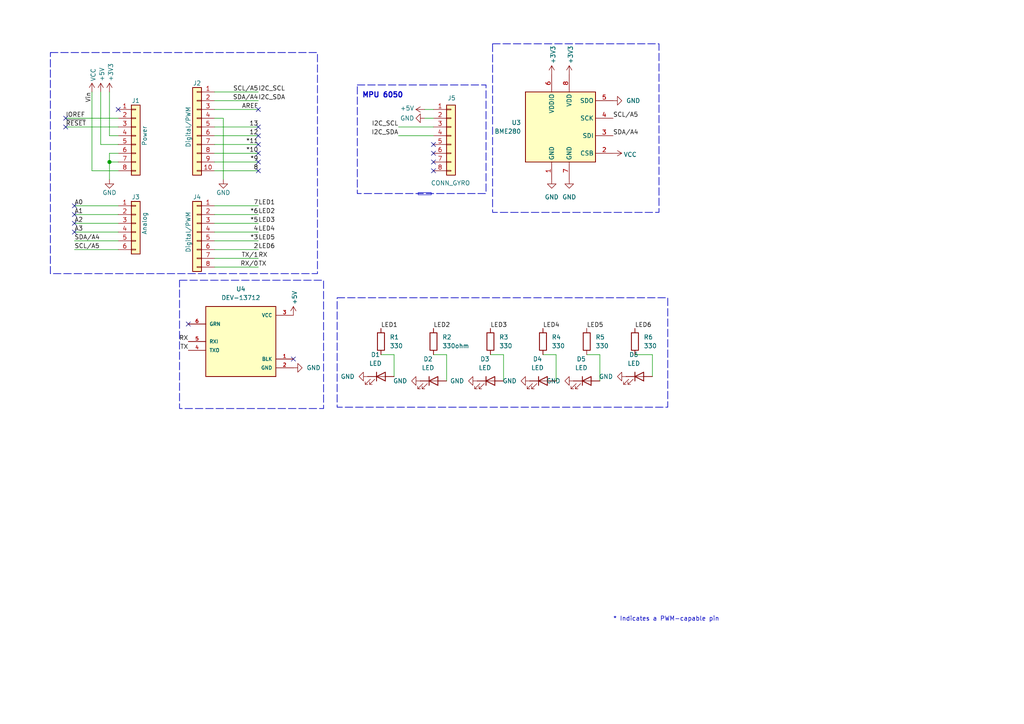
<source format=kicad_sch>
(kicad_sch (version 20231120) (generator "eeschema") (generator_version "8.0")
  (paper "A4")
  (title_block (date "mar. 31 mars 2015"))
  (lib_symbols
    (symbol "Connector_Generic:Conn_01x06" (pin_names (offset 1.016) hide)
      (property "Reference" "J" (at 0 7.62 0))
      (property "Value" "Conn_01x06" (at 0 -10.16 0))
      (symbol "Conn_01x06_1_1"
        (rectangle (start -1.27 -7.493) (end 0 -7.747) (stroke (width 0.1524)))
        (rectangle (start -1.27 -4.953) (end 0 -5.207) (stroke (width 0.1524)))
        (rectangle (start -1.27 -2.413) (end 0 -2.667) (stroke (width 0.1524)))
        (rectangle (start -1.27 0.127) (end 0 -0.127) (stroke (width 0.1524)))
        (rectangle (start -1.27 2.667) (end 0 2.413) (stroke (width 0.1524)))
        (rectangle (start -1.27 5.207) (end 0 4.953) (stroke (width 0.1524)))
        (rectangle (start -1.27 6.35) (end 1.27 -8.89) (stroke (width 0.254)) (fill (type background)))
        (pin passive line (at -5.08 5.08 0) (length 3.81) (name "Pin_1") (number "1"))
        (pin passive line (at -5.08 2.54 0) (length 3.81) (name "Pin_2") (number "2"))
        (pin passive line (at -5.08 0 0) (length 3.81) (name "Pin_3") (number "3"))
        (pin passive line (at -5.08 -2.54 0) (length 3.81) (name "Pin_4") (number "4"))
        (pin passive line (at -5.08 -5.08 0) (length 3.81) (name "Pin_5") (number "5"))
        (pin passive line (at -5.08 -7.62 0) (length 3.81) (name "Pin_6") (number "6"))
      )
    )
    (symbol "Connector_Generic:Conn_01x08" (pin_names (offset 1.016) hide)
      (property "Reference" "J" (at 0 10.16 0))
      (property "Value" "Conn_01x08" (at 0 -12.7 0))
      (symbol "Conn_01x08_1_1"
        (rectangle (start -1.27 -10.033) (end 0 -10.287) (stroke (width 0.1524)))
        (rectangle (start -1.27 -7.493) (end 0 -7.747) (stroke (width 0.1524)))
        (rectangle (start -1.27 -4.953) (end 0 -5.207) (stroke (width 0.1524)))
        (rectangle (start -1.27 -2.413) (end 0 -2.667) (stroke (width 0.1524)))
        (rectangle (start -1.27 0.127) (end 0 -0.127) (stroke (width 0.1524)))
        (rectangle (start -1.27 2.667) (end 0 2.413) (stroke (width 0.1524)))
        (rectangle (start -1.27 5.207) (end 0 4.953) (stroke (width 0.1524)))
        (rectangle (start -1.27 7.747) (end 0 7.493) (stroke (width 0.1524)))
        (rectangle (start -1.27 8.89) (end 1.27 -11.43) (stroke (width 0.254)) (fill (type background)))
        (pin passive line (at -5.08 7.62 0) (length 3.81) (name "Pin_1") (number "1"))
        (pin passive line (at -5.08 5.08 0) (length 3.81) (name "Pin_2") (number "2"))
        (pin passive line (at -5.08 2.54 0) (length 3.81) (name "Pin_3") (number "3"))
        (pin passive line (at -5.08 0 0) (length 3.81) (name "Pin_4") (number "4"))
        (pin passive line (at -5.08 -2.54 0) (length 3.81) (name "Pin_5") (number "5"))
        (pin passive line (at -5.08 -5.08 0) (length 3.81) (name "Pin_6") (number "6"))
        (pin passive line (at -5.08 -7.62 0) (length 3.81) (name "Pin_7") (number "7"))
        (pin passive line (at -5.08 -10.16 0) (length 3.81) (name "Pin_8") (number "8"))
      )
    )
    (symbol "Connector_Generic:Conn_01x10" (pin_names (offset 1.016) hide)
      (property "Reference" "J" (at 0 12.7 0))
      (property "Value" "Conn_01x10" (at 0 -15.24 0))
      (symbol "Conn_01x10_1_1"
        (rectangle (start -1.27 -12.573) (end 0 -12.827) (stroke (width 0.1524)))
        (rectangle (start -1.27 -10.033) (end 0 -10.287) (stroke (width 0.1524)))
        (rectangle (start -1.27 -7.493) (end 0 -7.747) (stroke (width 0.1524)))
        (rectangle (start -1.27 -4.953) (end 0 -5.207) (stroke (width 0.1524)))
        (rectangle (start -1.27 -2.413) (end 0 -2.667) (stroke (width 0.1524)))
        (rectangle (start -1.27 0.127) (end 0 -0.127) (stroke (width 0.1524)))
        (rectangle (start -1.27 2.667) (end 0 2.413) (stroke (width 0.1524)))
        (rectangle (start -1.27 5.207) (end 0 4.953) (stroke (width 0.1524)))
        (rectangle (start -1.27 7.747) (end 0 7.493) (stroke (width 0.1524)))
        (rectangle (start -1.27 10.287) (end 0 10.033) (stroke (width 0.1524)))
        (rectangle (start -1.27 11.43) (end 1.27 -13.97) (stroke (width 0.254)) (fill (type background)))
        (pin passive line (at -5.08 10.16 0) (length 3.81) (name "Pin_1") (number "1"))
        (pin passive line (at -5.08 -12.7 0) (length 3.81) (name "Pin_10") (number "10"))
        (pin passive line (at -5.08 7.62 0) (length 3.81) (name "Pin_2") (number "2"))
        (pin passive line (at -5.08 5.08 0) (length 3.81) (name "Pin_3") (number "3"))
        (pin passive line (at -5.08 2.54 0) (length 3.81) (name "Pin_4") (number "4"))
        (pin passive line (at -5.08 0 0) (length 3.81) (name "Pin_5") (number "5"))
        (pin passive line (at -5.08 -2.54 0) (length 3.81) (name "Pin_6") (number "6"))
        (pin passive line (at -5.08 -5.08 0) (length 3.81) (name "Pin_7") (number "7"))
        (pin passive line (at -5.08 -7.62 0) (length 3.81) (name "Pin_8") (number "8"))
        (pin passive line (at -5.08 -10.16 0) (length 3.81) (name "Pin_9") (number "9"))
      )
    )
    (symbol "DEV-13712:DEV-13712" (pin_names (offset 1.016))
      (property "Reference" "U" (at -10.16 10.922 0))
      (property "Value" "DEV-13712" (at -10.16 -12.7 0))
      (symbol "DEV-13712_0_0"
        (rectangle (start -10.16 -10.16) (end 10.16 10.16) (stroke (width 0.254)) (fill (type background)))
        (pin power_in line (at 15.24 -5.08 180) (length 5.08) (name "BLK") (number "1"))
        (pin power_in line (at 15.24 -7.62 180) (length 5.08) (name "GND") (number "2"))
        (pin power_in line (at 15.24 7.62 180) (length 5.08) (name "VCC") (number "3"))
        (pin output line (at -15.24 -2.54 0) (length 5.08) (name "TXO") (number "4"))
        (pin input line (at -15.24 0 0) (length 5.08) (name "RXI") (number "5"))
        (pin input line (at -15.24 5.08 0) (length 5.08) (name "GRN") (number "6"))
      )
    )
    (symbol "Device:LED" (pin_numbers hide) (pin_names (offset 1.016) hide)
      (property "Reference" "D" (at 0 2.54 0))
      (property "Value" "LED" (at 0 -2.54 0))
      (symbol "LED_0_1"
        (polyline (pts (xy -1.27 -1.27) (xy -1.27 1.27)) (stroke (width 0.254)))
        (polyline (pts (xy -1.27 0) (xy 1.27 0)))
        (polyline (pts (xy 1.27 -1.27) (xy 1.27 1.27) (xy -1.27 0) (xy 1.27 -1.27)) (stroke (width 0.254)))
        (polyline (pts (xy -3.048 -0.762) (xy -4.572 -2.286) (xy -3.81 -2.286) (xy -4.572 -2.286) (xy -4.572 -1.524)))
        (polyline (pts (xy -1.778 -0.762) (xy -3.302 -2.286) (xy -2.54 -2.286) (xy -3.302 -2.286) (xy -3.302 -1.524)))
      )
      (symbol "LED_1_1"
        (pin passive line (at -3.81 0 0) (length 2.54) (name "K") (number "1"))
        (pin passive line (at 3.81 0 180) (length 2.54) (name "A") (number "2"))
      )
    )
    (symbol "Device:R" (pin_numbers hide) (pin_names (offset 0))
      (property "Reference" "R" (at 2.032 0 90))
      (property "Value" "R" (at 0 0 90))
      (symbol "R_0_1"
        (rectangle (start -1.016 -2.54) (end 1.016 2.54) (stroke (width 0.254)))
      )
      (symbol "R_1_1"
        (pin passive line (at 0 3.81 270) (length 1.27) (name "~") (number "1"))
        (pin passive line (at 0 -3.81 90) (length 1.27) (name "~") (number "2"))
      )
    )
    (symbol "GND_1" (power) (pin_numbers hide) (pin_names (offset 0) hide)
      (property "Value" "GND" (at 0 -3.81 0))
      (symbol "GND_1_0_1"
        (polyline (pts (xy 0 0) (xy 0 -1.27) (xy 1.27 -1.27) (xy 0 -2.54) (xy -1.27 -1.27) (xy 0 -1.27)))
      )
      (symbol "GND_1_1_1"
        (pin power_in line (at 0 0 270) (length 0) (name "~") (number "1"))
      )
    )
    (symbol "GND_2" (power) (pin_numbers hide) (pin_names (offset 0) hide)
      (property "Value" "GND" (at 0 -3.81 0))
      (symbol "GND_2_0_1"
        (polyline (pts (xy 0 0) (xy 0 -1.27) (xy 1.27 -1.27) (xy 0 -2.54) (xy -1.27 -1.27) (xy 0 -1.27)))
      )
      (symbol "GND_2_1_1"
        (pin power_in line (at 0 0 270) (length 0) (name "~") (number "1"))
      )
    )
    (symbol "GND_3" (power) (pin_numbers hide) (pin_names (offset 0) hide)
      (property "Value" "GND" (at 0 -3.81 0))
      (symbol "GND_3_0_1"
        (polyline (pts (xy 0 0) (xy 0 -1.27) (xy 1.27 -1.27) (xy 0 -2.54) (xy -1.27 -1.27) (xy 0 -1.27)))
      )
      (symbol "GND_3_1_1"
        (pin power_in line (at 0 0 270) (length 0) (name "~") (number "1"))
      )
    )
    (symbol "GND_4" (power) (pin_numbers hide) (pin_names (offset 0) hide)
      (property "Value" "GND" (at 0 -3.81 0))
      (symbol "GND_4_0_1"
        (polyline (pts (xy 0 0) (xy 0 -1.27) (xy 1.27 -1.27) (xy 0 -2.54) (xy -1.27 -1.27) (xy 0 -1.27)))
      )
      (symbol "GND_4_1_1"
        (pin power_in line (at 0 0 270) (length 0) (name "~") (number "1"))
      )
    )
    (symbol "Sensor:BME280"
      (property "Reference" "U" (at -8.89 11.43 0))
      (property "Value" "BME280" (at 7.62 11.43 0))
      (symbol "BME280_0_1"
        (rectangle (start -10.16 10.16) (end 10.16 -10.16) (stroke (width 0.254)) (fill (type background)))
      )
      (symbol "BME280_1_1"
        (pin power_in line (at -2.54 -15.24 90) (length 5.08) (name "GND") (number "1"))
        (pin input line (at 15.24 -7.62 180) (length 5.08) (name "CSB") (number "2"))
        (pin bidirectional line (at 15.24 -2.54 180) (length 5.08) (name "SDI") (number "3"))
        (pin input line (at 15.24 2.54 180) (length 5.08) (name "SCK") (number "4"))
        (pin bidirectional line (at 15.24 7.62 180) (length 5.08) (name "SDO") (number "5"))
        (pin power_in line (at -2.54 15.24 270) (length 5.08) (name "VDDIO") (number "6"))
        (pin power_in line (at 2.54 -15.24 90) (length 5.08) (name "GND") (number "7"))
        (pin power_in line (at 2.54 15.24 270) (length 5.08) (name "VDD") (number "8"))
      )
    )
    (symbol "power:+3V3" (power) (pin_names (offset 0))
      (property "Value" "+3V3" (at 0 3.556 0))
      (symbol "+3V3_0_1"
        (polyline (pts (xy -0.762 1.27) (xy 0 2.54)))
        (polyline (pts (xy 0 0) (xy 0 2.54)))
        (polyline (pts (xy 0 2.54) (xy 0.762 1.27)))
      )
      (symbol "+3V3_1_1"
        (pin power_in line (at 0 0 90) (length 0) hide (name "+3V3") (number "1"))
      )
    )
    (symbol "power:+5V" (power) (pin_names (offset 0))
      (property "Value" "+5V" (at 0 3.556 0))
      (symbol "+5V_0_1"
        (polyline (pts (xy -0.762 1.27) (xy 0 2.54)))
        (polyline (pts (xy 0 0) (xy 0 2.54)))
        (polyline (pts (xy 0 2.54) (xy 0.762 1.27)))
      )
      (symbol "+5V_1_1"
        (pin power_in line (at 0 0 90) (length 0) hide (name "+5V") (number "1"))
      )
    )
    (symbol "power:GND" (power) (pin_names (offset 0))
      (property "Value" "GND" (at 0 -3.81 0))
      (symbol "GND_0_1"
        (polyline (pts (xy 0 0) (xy 0 -1.27) (xy 1.27 -1.27) (xy 0 -2.54) (xy -1.27 -1.27) (xy 0 -1.27)))
      )
      (symbol "GND_1_1"
        (pin power_in line (at 0 0 270) (length 0) hide (name "GND") (number "1"))
      )
    )
    (symbol "power:VCC" (power) (pin_names (offset 0))
      (property "Value" "VCC" (at 0 3.81 0))
      (symbol "VCC_0_1"
        (polyline (pts (xy -0.762 1.27) (xy 0 2.54)))
        (polyline (pts (xy 0 0) (xy 0 2.54)))
        (polyline (pts (xy 0 2.54) (xy 0.762 1.27)))
      )
      (symbol "VCC_1_1"
        (pin power_in line (at 0 0 90) (length 0) hide (name "VCC") (number "1"))
      )
    )
  )
  (junction (at 31.75 46.99) (diameter 1.016))
  (no_connect (at 85.09 104.14))
  (no_connect (at 74.93 44.45))
  (no_connect (at 19.05 36.83))
  (no_connect (at 74.93 36.83))
  (no_connect (at 125.73 41.91))
  (no_connect (at 74.93 41.91))
  (no_connect (at 21.59 64.77))
  (no_connect (at 21.59 67.31))
  (no_connect (at 19.05 34.29))
  (no_connect (at 21.59 62.23))
  (no_connect (at 125.73 44.45))
  (no_connect (at 125.73 46.99))
  (no_connect (at 74.93 46.99))
  (no_connect (at 34.29 31.75))
  (no_connect (at 54.61 93.98))
  (no_connect (at 74.93 31.75))
  (no_connect (at 74.93 49.53))
  (no_connect (at 125.73 49.53))
  (no_connect (at 21.59 59.69))
  (no_connect (at 74.93 39.37))
  (wire (pts (xy 62.23 77.47) (xy 74.93 77.47)))
  (wire (pts (xy 115.57 36.83) (xy 125.73 36.83)))
  (wire (pts (xy 62.23 44.45) (xy 74.93 44.45)))
  (wire (pts (xy 62.23 26.67) (xy 74.93 26.67)))
  (wire (pts (xy 114.3 109.22) (xy 114.3 102.87)))
  (wire (pts (xy 129.54 102.87) (xy 125.73 102.87)))
  (wire (pts (xy 114.3 102.87) (xy 110.49 102.87)))
  (wire (pts (xy 31.75 44.45) (xy 31.75 46.99)))
  (wire (pts (xy 21.59 72.39) (xy 34.29 72.39)))
  (wire (pts (xy 123.19 31.75) (xy 125.73 31.75)))
  (wire (pts (xy 31.75 46.99) (xy 31.75 52.07)))
  (wire (pts (xy 31.75 39.37) (xy 34.29 39.37)))
  (wire (pts (xy 29.21 41.91) (xy 34.29 41.91)))
  (wire (pts (xy 29.21 26.67) (xy 29.21 41.91)))
  (wire (pts (xy 62.23 36.83) (xy 74.93 36.83)))
  (wire (pts (xy 31.75 26.67) (xy 31.75 39.37)))
  (wire (pts (xy 62.23 59.69) (xy 74.93 59.69)))
  (wire (pts (xy 34.29 59.69) (xy 21.59 59.69)))
  (wire (pts (xy 62.23 39.37) (xy 74.93 39.37)))
  (wire (pts (xy 62.23 62.23) (xy 74.93 62.23)))
  (wire (pts (xy 62.23 46.99) (xy 74.93 46.99)))
  (wire (pts (xy 62.23 67.31) (xy 74.93 67.31)))
  (wire (pts (xy 161.29 110.49) (xy 161.29 102.87)))
  (wire (pts (xy 19.05 34.29) (xy 34.29 34.29)))
  (wire (pts (xy 115.57 39.37) (xy 125.73 39.37)))
  (wire (pts (xy 64.77 34.29) (xy 64.77 52.07)))
  (wire (pts (xy 173.99 102.87) (xy 170.18 102.87)))
  (wire (pts (xy 62.23 31.75) (xy 74.93 31.75)))
  (wire (pts (xy 34.29 64.77) (xy 21.59 64.77)))
  (wire (pts (xy 19.05 36.83) (xy 34.29 36.83)))
  (wire (pts (xy 34.29 46.99) (xy 31.75 46.99)))
  (wire (pts (xy 34.29 49.53) (xy 26.67 49.53)))
  (wire (pts (xy 21.59 62.23) (xy 34.29 62.23)))
  (wire (pts (xy 129.54 110.49) (xy 129.54 102.87)))
  (wire (pts (xy 62.23 34.29) (xy 64.77 34.29)))
  (wire (pts (xy 34.29 44.45) (xy 31.75 44.45)))
  (wire (pts (xy 62.23 41.91) (xy 74.93 41.91)))
  (wire (pts (xy 146.05 102.87) (xy 142.24 102.87)))
  (wire (pts (xy 62.23 64.77) (xy 74.93 64.77)))
  (wire (pts (xy 21.59 67.31) (xy 34.29 67.31)))
  (wire (pts (xy 146.05 110.49) (xy 146.05 102.87)))
  (wire (pts (xy 189.23 102.87) (xy 184.15 102.87)))
  (wire (pts (xy 161.29 102.87) (xy 157.48 102.87)))
  (wire (pts (xy 62.23 29.21) (xy 74.93 29.21)))
  (wire (pts (xy 62.23 72.39) (xy 74.93 72.39)))
  (wire (pts (xy 62.23 69.85) (xy 74.93 69.85)))
  (wire (pts (xy 123.19 34.29) (xy 125.73 34.29)))
  (wire (pts (xy 173.99 110.49) (xy 173.99 102.87)))
  (wire (pts (xy 62.23 74.93) (xy 74.93 74.93)))
  (wire (pts (xy 26.67 49.53) (xy 26.67 26.67)))
  (wire (pts (xy 34.29 69.85) (xy 21.59 69.85)))
  (wire (pts (xy 189.23 109.22) (xy 189.23 102.87)))
  (wire (pts (xy 62.23 49.53) (xy 74.93 49.53)))
  (rectangle (start 142.875 12.7) (end 191.135 61.595) (stroke (width 0.2) (type dash)))
  (rectangle (start 103.632 24.638) (end 140.97 56.134) (stroke (width 0.2) (type dash)))
  (rectangle (start 97.79 86.36) (end 193.675 118.11) (stroke (width 0.2) (type dash)))
  (rectangle (start 52.07 81.28) (end 93.853 118.491) (stroke (width 0.2) (type dash)))
  (rectangle (start 121.285 55.88) (end 125.095 56.515))
  (rectangle (start 14.605 15.24) (end 92.075 79.375) (stroke (width 0.2) (type dash)))
  (text "MPU 6050" (at 110.998 27.686 0) (effects (font (size 1.5 1.5) (thickness 0.3) (bold yes))))
  (text "* Indicates a PWM-capable pin" (at 177.8 180.34 0) (effects (font (size 1.27 1.27)) (justify left bottom)))
  (label "RX{slash}0" (at 74.93 77.47 180))
  (label "A2" (at 21.59 64.77 0))
  (label "4" (at 74.93 67.31 180))
  (label "SDA{slash}A4" (at 177.8 39.37 0))
  (label "LED6" (at 184.15 95.25 0))
  (label "LED5" (at 170.18 95.25 0))
  (label "2" (at 74.93 72.39 180))
  (label "LED4" (at 157.48 95.25 0))
  (label "A3" (at 21.59 67.31 0))
  (label "LED3" (at 142.24 95.25 0))
  (label "13" (at 74.93 36.83 180))
  (label "12" (at 74.93 39.37 180))
  (label "~{RESET}" (at 19.05 36.83 0))
  (label "RX" (at 54.61 99.06 180))
  (label "LED4" (at 74.93 67.31 0))
  (label "*10" (at 74.93 44.45 180))
  (label "I2C_SCL" (at 115.57 36.83 180))
  (label "SCL{slash}A5" (at 177.8 34.29 0))
  (label "TX" (at 54.61 101.6 180))
  (label "7" (at 74.93 59.69 180))
  (label "SDA{slash}A4" (at 74.93 29.21 180))
  (label "8" (at 74.93 49.53 180))
  (label "LED3" (at 74.93 64.77 0))
  (label "*11" (at 74.93 41.91 180))
  (label "*3" (at 74.93 69.85 180))
  (label "I2C_SCL" (at 74.93 26.67 0))
  (label "A1" (at 21.59 62.23 0))
  (label "I2C_SDA" (at 115.57 39.37 180))
  (label "TX{slash}1" (at 74.93 74.93 180))
  (label "LED1" (at 110.49 95.25 0))
  (label "A0" (at 21.59 59.69 0))
  (label "LED6" (at 74.93 72.39 0))
  (label "AREF" (at 74.93 31.75 180))
  (label "RX" (at 74.93 74.93 0))
  (label "Vin" (at 26.67 26.67 270))
  (label "*6" (at 74.93 62.23 180))
  (label "SCL{slash}A5" (at 74.93 26.67 180))
  (label "*9" (at 74.93 46.99 180))
  (label "LED5" (at 74.93 69.85 0))
  (label "LED2" (at 74.93 62.23 0))
  (label "*5" (at 74.93 64.77 180))
  (label "TX" (at 74.93 77.47 0))
  (label "IOREF" (at 19.05 34.29 0))
  (label "LED1" (at 74.93 59.69 0))
  (label "SDA{slash}A4" (at 21.59 69.85 0))
  (label "SCL{slash}A5" (at 21.59 72.39 0))
  (label "I2C_SDA" (at 74.93 29.21 0))
  (label "LED2" (at 125.73 95.25 0))
  (symbol (lib_id "Connector_Generic:Conn_01x08") (at 39.37 39.37 0) (unit 1)
    (property "Reference" "J1" (at 39.37 29.21 0))
    (property "Value" "Power" (at 41.91 39.37 90))
    (property "Footprint" "Connector_PinSocket_2.54mm:PinSocket_1x08_P2.54mm_Vertical" (effects (hide yes)))
  )
  (symbol (lib_id "power:+3V3") (at 31.75 26.67 0) (unit 1)
    (property "Reference" "#PWR03" (effects (hide yes)))
    (property "Value" "+3V3" (at 32.131 23.622 90) (effects (justify left)))
  )
  (symbol (lib_id "power:+5V") (at 29.21 26.67 0) (unit 1)
    (property "Reference" "#PWR02" (effects (hide yes)))
    (property "Value" "+5V" (at 29.5656 23.622 90) (effects (justify left)))
  )
  (symbol (lib_id "power:GND") (at 31.75 52.07 0) (unit 1)
    (property "Reference" "#PWR04" (effects (hide yes)))
    (property "Value" "GND" (at 31.75 55.88 0))
  )
  (symbol (lib_id "Connector_Generic:Conn_01x10") (at 57.15 36.83 0) (mirror y) (unit 1)
    (property "Reference" "J2" (at 57.15 24.13 0))
    (property "Value" "Digital/PWM" (at 54.61 36.83 90))
    (property "Footprint" "Connector_PinSocket_2.54mm:PinSocket_1x10_P2.54mm_Vertical" (effects (hide yes)))
  )
  (symbol (lib_id "power:GND") (at 64.77 52.07 0) (unit 1)
    (property "Reference" "#PWR05" (effects (hide yes)))
    (property "Value" "GND" (at 64.77 55.88 0))
  )
  (symbol (lib_id "Connector_Generic:Conn_01x06") (at 39.37 64.77 0) (unit 1)
    (property "Reference" "J3" (at 39.37 57.15 0))
    (property "Value" "Analog" (at 41.91 64.77 90))
    (property "Footprint" "Connector_PinSocket_2.54mm:PinSocket_1x06_P2.54mm_Vertical" (effects (hide yes)))
  )
  (symbol (lib_id "Connector_Generic:Conn_01x08") (at 57.15 67.31 0) (mirror y) (unit 1)
    (property "Reference" "J4" (at 57.15 57.15 0))
    (property "Value" "Digital/PWM" (at 54.61 67.31 90))
    (property "Footprint" "Connector_PinSocket_2.54mm:PinSocket_1x08_P2.54mm_Vertical" (effects (hide yes)))
  )
  (symbol (lib_name "GND_2") (lib_id "power:GND") (at 106.68 109.22 270) (unit 1)
    (property "Reference" "#PWR08" (effects (hide yes)))
    (property "Value" "GND" (at 102.87 109.2199 90) (effects (justify right)))
    (property "Description" "Power symbol creates a global label with name \"GND\" , ground" (effects (hide yes)))
  )
  (symbol (lib_id "Device:LED") (at 185.42 109.22 0) (unit 1)
    (property "Reference" "D6" (at 183.8325 102.87 0))
    (property "Value" "LED" (at 183.8325 105.41 0))
    (property "Footprint" "LED_THT:LED_D5.0mm" (effects (hide yes)))
    (property "Description" "Light emitting diode" (effects (hide yes)))
  )
  (symbol (lib_id "Device:R") (at 184.15 99.06 0) (unit 1)
    (property "Reference" "R6" (at 186.69 97.7899 0) (effects (justify left)))
    (property "Value" "330" (at 186.69 100.3299 0) (effects (justify left)))
    (property "Footprint" "Resistor_THT:R_Axial_DIN0207_L6.3mm_D2.5mm_P10.16mm_Horizontal" (effects (hide yes)))
    (property "Description" "Resistor" (effects (hide yes)))
  )
  (symbol (lib_id "Device:R") (at 157.48 99.06 0) (unit 1)
    (property "Reference" "R4" (at 160.02 97.7899 0) (effects (justify left)))
    (property "Value" "330" (at 160.02 100.3299 0) (effects (justify left)))
    (property "Footprint" "Resistor_THT:R_Axial_DIN0207_L6.3mm_D2.5mm_P10.16mm_Horizontal" (effects (hide yes)))
    (property "Description" "Resistor" (effects (hide yes)))
  )
  (symbol (lib_id "Device:R") (at 110.49 99.06 0) (unit 1)
    (property "Reference" "R1" (at 113.03 97.7899 0) (effects (justify left)))
    (property "Value" "330" (at 113.03 100.3299 0) (effects (justify left)))
    (property "Footprint" "Resistor_THT:R_Axial_DIN0207_L6.3mm_D2.5mm_P10.16mm_Horizontal" (effects (hide yes)))
    (property "Description" "Resistor" (effects (hide yes)))
  )
  (symbol (lib_name "GND_2") (lib_id "power:GND") (at 153.67 110.49 270) (unit 1)
    (property "Reference" "#PWR011" (effects (hide yes)))
    (property "Value" "GND" (at 149.86 110.4899 90) (effects (justify right)))
    (property "Description" "Power symbol creates a global label with name \"GND\" , ground" (effects (hide yes)))
  )
  (symbol (lib_name "GND_2") (lib_id "power:GND") (at 166.37 110.49 270) (unit 1)
    (property "Reference" "#PWR012" (effects (hide yes)))
    (property "Value" "GND" (at 162.56 110.4899 90) (effects (justify right)))
    (property "Description" "Power symbol creates a global label with name \"GND\" , ground" (effects (hide yes)))
  )
  (symbol (lib_id "Device:R") (at 170.18 99.06 0) (unit 1)
    (property "Reference" "R5" (at 172.72 97.7899 0) (effects (justify left)))
    (property "Value" "330" (at 172.72 100.3299 0) (effects (justify left)))
    (property "Footprint" "Resistor_THT:R_Axial_DIN0207_L6.3mm_D2.5mm_P10.16mm_Horizontal" (effects (hide yes)))
    (property "Description" "Resistor" (effects (hide yes)))
  )
  (symbol (lib_name "GND_3") (lib_id "power:GND") (at 160.02 52.07 0) (unit 1)
    (property "Reference" "#PWR018" (effects (hide yes)))
    (property "Value" "GND" (at 160.02 57.15 0))
    (property "Description" "Power symbol creates a global label with name \"GND\" , ground" (effects (hide yes)))
  )
  (symbol (lib_id "Device:R") (at 125.73 99.06 0) (unit 1)
    (property "Reference" "R2" (at 128.27 97.7899 0) (effects (justify left)))
    (property "Value" "330ohm" (at 128.27 100.3299 0) (effects (justify left)))
    (property "Footprint" "Resistor_THT:R_Axial_DIN0207_L6.3mm_D2.5mm_P10.16mm_Horizontal" (effects (hide yes)))
    (property "Description" "Resistor" (effects (hide yes)))
  )
  (symbol (lib_name "GND_2") (lib_id "power:GND") (at 181.61 109.22 270) (unit 1)
    (property "Reference" "#PWR013" (effects (hide yes)))
    (property "Value" "GND" (at 177.8 109.2199 90) (effects (justify right)))
    (property "Description" "Power symbol creates a global label with name \"GND\" , ground" (effects (hide yes)))
  )
  (symbol (lib_name "GND_3") (lib_id "power:GND") (at 165.1 52.07 0) (unit 1)
    (property "Reference" "#PWR017" (effects (hide yes)))
    (property "Value" "GND" (at 165.1 57.15 0))
    (property "Description" "Power symbol creates a global label with name \"GND\" , ground" (effects (hide yes)))
  )
  (symbol (lib_id "power:VCC") (at 26.67 26.67 0) (unit 1)
    (property "Reference" "#PWR01" (effects (hide yes)))
    (property "Value" "VCC" (at 27.051 23.622 90) (effects (justify left)))
  )
  (symbol (lib_id "power:VCC") (at 177.8 44.45 270) (unit 1)
    (property "Reference" "#PWR020" (effects (hide yes)))
    (property "Value" "VCC" (at 180.848 44.831 90) (effects (justify left)))
  )
  (symbol (lib_id "Device:LED") (at 157.48 110.49 0) (unit 1)
    (property "Reference" "D4" (at 155.8925 104.14 0))
    (property "Value" "LED" (at 155.8925 106.68 0))
    (property "Footprint" "LED_THT:LED_D5.0mm" (effects (hide yes)))
    (property "Description" "Light emitting diode" (effects (hide yes)))
  )
  (symbol (lib_name "GND_1") (lib_id "power:GND") (at 85.09 106.68 90) (unit 1)
    (property "Reference" "#PWR07" (effects (hide yes)))
    (property "Value" "GND" (at 88.9 106.6799 90) (effects (justify right)))
    (property "Description" "Power symbol creates a global label with name \"GND\" , ground" (effects (hide yes)))
  )
  (symbol (lib_name "GND_2") (lib_id "power:GND") (at 121.92 110.49 270) (unit 1)
    (property "Reference" "#PWR09" (effects (hide yes)))
    (property "Value" "GND" (at 118.11 110.4899 90) (effects (justify right)))
    (property "Description" "Power symbol creates a global label with name \"GND\" , ground" (effects (hide yes)))
  )
  (symbol (lib_id "power:+5V") (at 85.09 91.44 0) (unit 1)
    (property "Reference" "#PWR06" (effects (hide yes)))
    (property "Value" "+5V" (at 85.4456 88.392 90) (effects (justify left)))
  )
  (symbol (lib_id "Device:R") (at 142.24 99.06 0) (unit 1)
    (property "Reference" "R3" (at 144.78 97.7899 0) (effects (justify left)))
    (property "Value" "330" (at 144.78 100.3299 0) (effects (justify left)))
    (property "Footprint" "Resistor_THT:R_Axial_DIN0207_L6.3mm_D2.5mm_P10.16mm_Horizontal" (effects (hide yes)))
    (property "Description" "Resistor" (effects (hide yes)))
  )
  (symbol (lib_id "DEV-13712:DEV-13712") (at 69.85 99.06 0) (unit 1)
    (property "Reference" "U4" (at 69.85 83.82 0))
    (property "Value" "DEV-13712" (at 69.85 86.36 0))
    (property "Footprint" "OPENLOG:MODULE_DEV-13712" (effects (hide yes)))
    (property "MF" "SparkFun Electronics" (effects (hide yes)))
    (property "Description_1" "\n                        \n                            ATmega328 - Data Logger Memory Evaluation Board\n                        \n" (effects (hide yes)))
    (property "Package" "None" (effects (hide yes)))
    (property "Price" "None" (effects (hide yes)))
    (property "Check_prices" "https://www.snapeda.com/parts/DEV-13712/SparkFun/view-part/?ref=eda" (effects (hide yes)))
    (property "STANDARD" "Manufacturer Recommendations" (effects (hide yes)))
    (property "PARTREV" "v15" (effects (hide yes)))
    (property "SnapEDA_Link" "https://www.snapeda.com/parts/DEV-13712/SparkFun/view-part/?ref=snap" (effects (hide yes)))
    (property "MP" "DEV-13712" (effects (hide yes)))
    (property "MANUFACTURER" "SparkFun" (effects (hide yes)))
    (property "Availability" "In Stock" (effects (hide yes)))
    (property "SNAPEDA_PN" "DEV-13712" (effects (hide yes)))
  )
  (symbol (lib_name "GND_4") (lib_id "power:GND") (at 177.8 29.21 90) (unit 1)
    (property "Reference" "#PWR019" (effects (hide yes)))
    (property "Value" "GND" (at 181.61 29.2099 90) (effects (justify right)))
    (property "Description" "Power symbol creates a global label with name \"GND\" , ground" (effects (hide yes)))
  )
  (symbol (lib_id "power:+3V3") (at 165.1 21.59 0) (unit 1)
    (property "Reference" "#PWR016" (effects (hide yes)))
    (property "Value" "+3V3" (at 165.481 18.542 90) (effects (justify left)))
  )
  (symbol (lib_id "power:+3V3") (at 160.02 21.59 0) (unit 1)
    (property "Reference" "#PWR021" (effects (hide yes)))
    (property "Value" "+3V3" (at 160.401 18.542 90) (effects (justify left)))
  )
  (symbol (lib_id "Sensor:BME280") (at 162.56 36.83 0) (unit 1)
    (property "Reference" "U3" (at 151.13 35.5599 0) (effects (justify right)))
    (property "Value" "BME280" (at 151.13 38.0999 0) (effects (justify right)))
    (property "Footprint" "Package_LGA:Bosch_LGA-8_2.5x2.5mm_P0.65mm_ClockwisePinNumbering" (effects (hide yes)))
    (property "Datasheet" "https://www.bosch-sensortec.com/media/boschsensortec/downloads/datasheets/bst-bme280-ds002.pdf" (effects (hide yes)))
    (property "Description" "3-in-1 sensor, humidity, pressure, temperature, I2C and SPI interface, 1.71-3.6V, LGA-8" (effects (hide yes)))
  )
  (symbol (lib_id "power:GND") (at 123.19 34.29 270) (unit 1)
    (property "Reference" "#PWR015" (effects (hide yes)))
    (property "Value" "GND" (at 118.11 34.29 90))
  )
  (symbol (lib_name "GND_2") (lib_id "power:GND") (at 138.43 110.49 270) (unit 1)
    (property "Reference" "#PWR010" (effects (hide yes)))
    (property "Value" "GND" (at 134.62 110.4899 90) (effects (justify right)))
    (property "Description" "Power symbol creates a global label with name \"GND\" , ground" (effects (hide yes)))
  )
  (symbol (lib_id "Device:LED") (at 110.49 109.22 0) (unit 1)
    (property "Reference" "D1" (at 108.9025 102.87 0))
    (property "Value" "LED" (at 108.9025 105.41 0))
    (property "Footprint" "LED_THT:LED_D5.0mm" (effects (hide yes)))
    (property "Description" "Light emitting diode" (effects (hide yes)))
  )
  (symbol (lib_id "power:+5V") (at 123.19 31.75 90) (unit 1)
    (property "Reference" "#PWR014" (effects (hide yes)))
    (property "Value" "+5V" (at 120.142 31.3944 90) (effects (justify left)))
  )
  (symbol (lib_id "Connector_Generic:Conn_01x08") (at 130.81 39.37 0) (unit 1)
    (property "Reference" "J5" (at 129.794 28.448 0) (effects (justify left)))
    (property "Value" "CONN_GYRO" (at 124.968 53.086 0) (effects (justify left)))
    (property "Footprint" "Connector_PinSocket_2.54mm:PinSocket_1x08_P2.54mm_Vertical" (effects (hide yes)))
    (property "Description" "Generic connector, single row, 01x08, script generated (kicad-library-utils/schlib/autogen/connector/)" (effects (hide yes)))
  )
  (symbol (lib_id "Device:LED") (at 125.73 110.49 0) (unit 1)
    (property "Reference" "D2" (at 124.1425 104.14 0))
    (property "Value" "LED" (at 124.1425 106.68 0))
    (property "Footprint" "LED_THT:LED_D5.0mm" (effects (hide yes)))
    (property "Description" "Light emitting diode" (effects (hide yes)))
  )
  (symbol (lib_id "Device:LED") (at 170.18 110.49 0) (unit 1)
    (property "Reference" "D5" (at 168.5925 104.14 0))
    (property "Value" "LED" (at 168.5925 106.68 0))
    (property "Footprint" "LED_THT:LED_D5.0mm" (effects (hide yes)))
    (property "Description" "Light emitting diode" (effects (hide yes)))
  )
  (symbol (lib_id "Device:LED") (at 142.24 110.49 0) (unit 1)
    (property "Reference" "D3" (at 140.6525 104.14 0))
    (property "Value" "LED" (at 140.6525 106.68 0))
    (property "Footprint" "LED_THT:LED_D5.0mm" (effects (hide yes)))
    (property "Description" "Light emitting diode" (effects (hide yes)))
  )
)
</source>
